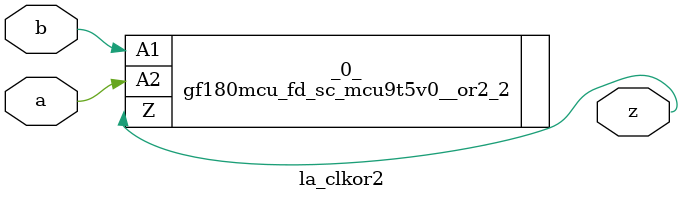
<source format=v>
/* Generated by Yosys 0.37 (git sha1 a5c7f69ed, clang 14.0.0-1ubuntu1.1 -fPIC -Os) */

module la_clkor2(a, b, z);
  input a;
  wire a;
  input b;
  wire b;
  output z;
  wire z;
  gf180mcu_fd_sc_mcu9t5v0__or2_2 _0_ (
    .A1(b),
    .A2(a),
    .Z(z)
  );
endmodule

</source>
